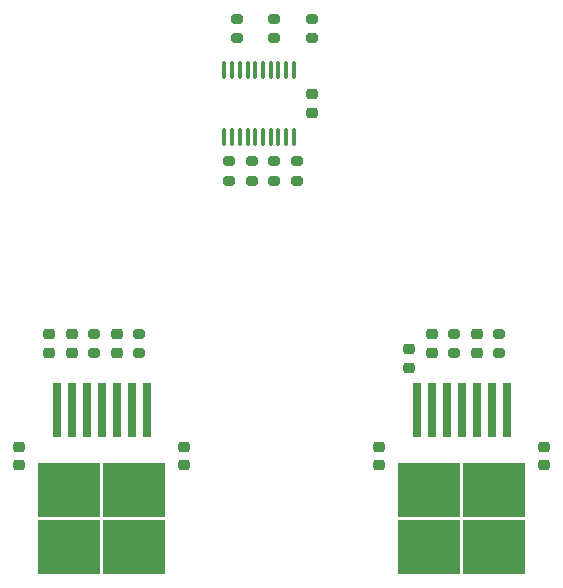
<source format=gbr>
%TF.GenerationSoftware,KiCad,Pcbnew,6.0.2+dfsg-1*%
%TF.CreationDate,2022-11-28T11:13:56-05:00*%
%TF.ProjectId,bts7960-clone-board,62747337-3936-4302-9d63-6c6f6e652d62,rev?*%
%TF.SameCoordinates,Original*%
%TF.FileFunction,Paste,Top*%
%TF.FilePolarity,Positive*%
%FSLAX46Y46*%
G04 Gerber Fmt 4.6, Leading zero omitted, Abs format (unit mm)*
G04 Created by KiCad (PCBNEW 6.0.2+dfsg-1) date 2022-11-28 11:13:56*
%MOMM*%
%LPD*%
G01*
G04 APERTURE LIST*
G04 Aperture macros list*
%AMRoundRect*
0 Rectangle with rounded corners*
0 $1 Rounding radius*
0 $2 $3 $4 $5 $6 $7 $8 $9 X,Y pos of 4 corners*
0 Add a 4 corners polygon primitive as box body*
4,1,4,$2,$3,$4,$5,$6,$7,$8,$9,$2,$3,0*
0 Add four circle primitives for the rounded corners*
1,1,$1+$1,$2,$3*
1,1,$1+$1,$4,$5*
1,1,$1+$1,$6,$7*
1,1,$1+$1,$8,$9*
0 Add four rect primitives between the rounded corners*
20,1,$1+$1,$2,$3,$4,$5,0*
20,1,$1+$1,$4,$5,$6,$7,0*
20,1,$1+$1,$6,$7,$8,$9,0*
20,1,$1+$1,$8,$9,$2,$3,0*%
G04 Aperture macros list end*
%ADD10RoundRect,0.225000X0.250000X-0.225000X0.250000X0.225000X-0.250000X0.225000X-0.250000X-0.225000X0*%
%ADD11RoundRect,0.200000X0.275000X-0.200000X0.275000X0.200000X-0.275000X0.200000X-0.275000X-0.200000X0*%
%ADD12RoundRect,0.225000X-0.250000X0.225000X-0.250000X-0.225000X0.250000X-0.225000X0.250000X0.225000X0*%
%ADD13R,5.250000X4.550000*%
%ADD14R,0.800000X4.600000*%
%ADD15RoundRect,0.100000X-0.100000X0.637500X-0.100000X-0.637500X0.100000X-0.637500X0.100000X0.637500X0*%
G04 APERTURE END LIST*
D10*
%TO.C,C11*%
X125730000Y-85865000D03*
X125730000Y-84315000D03*
%TD*%
D11*
%TO.C,R2*%
X102870000Y-49720000D03*
X102870000Y-48070000D03*
%TD*%
%TO.C,R7*%
X99060000Y-61785000D03*
X99060000Y-60135000D03*
%TD*%
D12*
%TO.C,C9*%
X111760000Y-84315000D03*
X111760000Y-85865000D03*
%TD*%
D13*
%TO.C,Q2*%
X85490000Y-87945000D03*
X91040000Y-87945000D03*
X91040000Y-92795000D03*
X85490000Y-92795000D03*
D14*
X92075000Y-81220000D03*
X90805000Y-81220000D03*
X89535000Y-81220000D03*
X88265000Y-81220000D03*
X86995000Y-81220000D03*
X85725000Y-81220000D03*
X84455000Y-81220000D03*
%TD*%
D10*
%TO.C,C3*%
X116205000Y-76340000D03*
X116205000Y-74790000D03*
%TD*%
D11*
%TO.C,R11*%
X87630000Y-76390000D03*
X87630000Y-74740000D03*
%TD*%
D10*
%TO.C,C4*%
X120015000Y-76340000D03*
X120015000Y-74790000D03*
%TD*%
D11*
%TO.C,R9*%
X121920000Y-76390000D03*
X121920000Y-74740000D03*
%TD*%
D10*
%TO.C,C12*%
X95250000Y-85865000D03*
X95250000Y-84315000D03*
%TD*%
D11*
%TO.C,R4*%
X104775000Y-61785000D03*
X104775000Y-60135000D03*
%TD*%
D10*
%TO.C,C5*%
X89535000Y-76340000D03*
X89535000Y-74790000D03*
%TD*%
D13*
%TO.C,Q1*%
X121520000Y-87945000D03*
X115970000Y-92795000D03*
X121520000Y-92795000D03*
X115970000Y-87945000D03*
D14*
X122555000Y-81220000D03*
X121285000Y-81220000D03*
X120015000Y-81220000D03*
X118745000Y-81220000D03*
X117475000Y-81220000D03*
X116205000Y-81220000D03*
X114935000Y-81220000D03*
%TD*%
D12*
%TO.C,C10*%
X81280000Y-84315000D03*
X81280000Y-85865000D03*
%TD*%
D15*
%TO.C,U1*%
X104525000Y-52382500D03*
X103875000Y-52382500D03*
X103225000Y-52382500D03*
X102575000Y-52382500D03*
X101925000Y-52382500D03*
X101275000Y-52382500D03*
X100625000Y-52382500D03*
X99975000Y-52382500D03*
X99325000Y-52382500D03*
X98675000Y-52382500D03*
X98675000Y-58107500D03*
X99325000Y-58107500D03*
X99975000Y-58107500D03*
X100625000Y-58107500D03*
X101275000Y-58107500D03*
X101925000Y-58107500D03*
X102575000Y-58107500D03*
X103225000Y-58107500D03*
X103875000Y-58107500D03*
X104525000Y-58107500D03*
%TD*%
D11*
%TO.C,R8*%
X118110000Y-76390000D03*
X118110000Y-74740000D03*
%TD*%
D10*
%TO.C,C2*%
X106045000Y-56020000D03*
X106045000Y-54470000D03*
%TD*%
%TO.C,C6*%
X85725000Y-76340000D03*
X85725000Y-74790000D03*
%TD*%
D11*
%TO.C,R1*%
X106045000Y-49720000D03*
X106045000Y-48070000D03*
%TD*%
D10*
%TO.C,C7*%
X83820000Y-76340000D03*
X83820000Y-74790000D03*
%TD*%
D11*
%TO.C,R10*%
X91440000Y-76390000D03*
X91440000Y-74740000D03*
%TD*%
%TO.C,R6*%
X100965000Y-61785000D03*
X100965000Y-60135000D03*
%TD*%
D10*
%TO.C,C8*%
X114300000Y-77610000D03*
X114300000Y-76060000D03*
%TD*%
D11*
%TO.C,R3*%
X99695000Y-49720000D03*
X99695000Y-48070000D03*
%TD*%
%TO.C,R5*%
X102870000Y-61785000D03*
X102870000Y-60135000D03*
%TD*%
M02*

</source>
